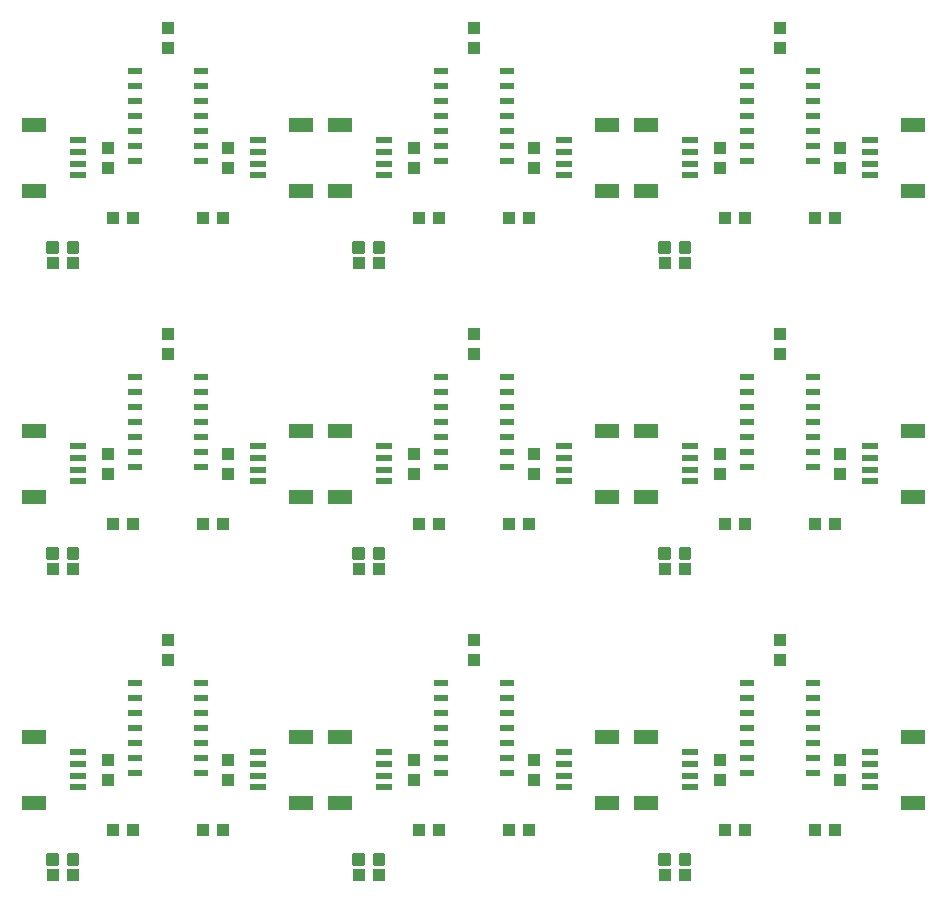
<source format=gtp>
G75*
%MOIN*%
%OFA0B0*%
%FSLAX25Y25*%
%IPPOS*%
%LPD*%
%AMOC8*
5,1,8,0,0,1.08239X$1,22.5*
%
%ADD10R,0.07874X0.04724*%
%ADD11R,0.05315X0.02362*%
%ADD12R,0.03937X0.04331*%
%ADD13R,0.04331X0.03937*%
%ADD14R,0.04724X0.02362*%
%ADD15C,0.01181*%
D10*
X0034281Y0067726D03*
X0034281Y0089774D03*
X0034281Y0169726D03*
X0034281Y0191774D03*
X0034281Y0271726D03*
X0034281Y0293774D03*
X0123219Y0293774D03*
X0136281Y0293774D03*
X0136281Y0271726D03*
X0123219Y0271726D03*
X0123219Y0191774D03*
X0136281Y0191774D03*
X0136281Y0169726D03*
X0123219Y0169726D03*
X0123219Y0089774D03*
X0136281Y0089774D03*
X0136281Y0067726D03*
X0123219Y0067726D03*
X0225219Y0067726D03*
X0238281Y0067726D03*
X0238281Y0089774D03*
X0225219Y0089774D03*
X0225219Y0169726D03*
X0238281Y0169726D03*
X0238281Y0191774D03*
X0225219Y0191774D03*
X0225219Y0271726D03*
X0238281Y0271726D03*
X0238281Y0293774D03*
X0225219Y0293774D03*
X0327219Y0293774D03*
X0327219Y0271726D03*
X0327219Y0191774D03*
X0327219Y0169726D03*
X0327219Y0089774D03*
X0327219Y0067726D03*
D11*
X0312750Y0072844D03*
X0312750Y0076781D03*
X0312750Y0080719D03*
X0312750Y0084656D03*
X0252750Y0084656D03*
X0252750Y0080719D03*
X0252750Y0076781D03*
X0252750Y0072844D03*
X0210750Y0072844D03*
X0210750Y0076781D03*
X0210750Y0080719D03*
X0210750Y0084656D03*
X0150750Y0084656D03*
X0150750Y0080719D03*
X0150750Y0076781D03*
X0150750Y0072844D03*
X0108750Y0072844D03*
X0108750Y0076781D03*
X0108750Y0080719D03*
X0108750Y0084656D03*
X0048750Y0084656D03*
X0048750Y0080719D03*
X0048750Y0076781D03*
X0048750Y0072844D03*
X0048750Y0174844D03*
X0048750Y0178781D03*
X0048750Y0182719D03*
X0048750Y0186656D03*
X0108750Y0186656D03*
X0108750Y0182719D03*
X0108750Y0178781D03*
X0108750Y0174844D03*
X0150750Y0174844D03*
X0150750Y0178781D03*
X0150750Y0182719D03*
X0150750Y0186656D03*
X0210750Y0186656D03*
X0210750Y0182719D03*
X0210750Y0178781D03*
X0210750Y0174844D03*
X0252750Y0174844D03*
X0252750Y0178781D03*
X0252750Y0182719D03*
X0252750Y0186656D03*
X0312750Y0186656D03*
X0312750Y0182719D03*
X0312750Y0178781D03*
X0312750Y0174844D03*
X0312750Y0276844D03*
X0312750Y0280781D03*
X0312750Y0284719D03*
X0312750Y0288656D03*
X0252750Y0288656D03*
X0252750Y0284719D03*
X0252750Y0280781D03*
X0252750Y0276844D03*
X0210750Y0276844D03*
X0210750Y0280781D03*
X0210750Y0284719D03*
X0210750Y0288656D03*
X0150750Y0288656D03*
X0150750Y0284719D03*
X0150750Y0280781D03*
X0150750Y0276844D03*
X0108750Y0276844D03*
X0108750Y0280781D03*
X0108750Y0284719D03*
X0108750Y0288656D03*
X0048750Y0288656D03*
X0048750Y0284719D03*
X0048750Y0280781D03*
X0048750Y0276844D03*
D12*
X0058750Y0279404D03*
X0058750Y0286096D03*
X0078750Y0319404D03*
X0078750Y0326096D03*
X0098750Y0286096D03*
X0098750Y0279404D03*
X0078750Y0224096D03*
X0078750Y0217404D03*
X0058750Y0184096D03*
X0058750Y0177404D03*
X0098750Y0177404D03*
X0098750Y0184096D03*
X0160750Y0184096D03*
X0160750Y0177404D03*
X0200750Y0177404D03*
X0200750Y0184096D03*
X0180750Y0217404D03*
X0180750Y0224096D03*
X0160750Y0279404D03*
X0160750Y0286096D03*
X0180750Y0319404D03*
X0180750Y0326096D03*
X0200750Y0286096D03*
X0200750Y0279404D03*
X0262750Y0279404D03*
X0262750Y0286096D03*
X0282750Y0319404D03*
X0282750Y0326096D03*
X0302750Y0286096D03*
X0302750Y0279404D03*
X0282750Y0224096D03*
X0282750Y0217404D03*
X0262750Y0184096D03*
X0262750Y0177404D03*
X0302750Y0177404D03*
X0302750Y0184096D03*
X0282750Y0122096D03*
X0282750Y0115404D03*
X0262750Y0082096D03*
X0262750Y0075404D03*
X0302750Y0075404D03*
X0302750Y0082096D03*
X0200750Y0082096D03*
X0200750Y0075404D03*
X0160750Y0075404D03*
X0160750Y0082096D03*
X0180750Y0115404D03*
X0180750Y0122096D03*
X0098750Y0082096D03*
X0098750Y0075404D03*
X0058750Y0075404D03*
X0058750Y0082096D03*
X0078750Y0115404D03*
X0078750Y0122096D03*
D13*
X0040404Y0043750D03*
X0047096Y0043750D03*
X0060404Y0058750D03*
X0067096Y0058750D03*
X0090404Y0058750D03*
X0097096Y0058750D03*
X0142404Y0043750D03*
X0149096Y0043750D03*
X0162404Y0058750D03*
X0169096Y0058750D03*
X0192404Y0058750D03*
X0199096Y0058750D03*
X0244404Y0043750D03*
X0251096Y0043750D03*
X0264404Y0058750D03*
X0271096Y0058750D03*
X0294404Y0058750D03*
X0301096Y0058750D03*
X0251096Y0145750D03*
X0244404Y0145750D03*
X0264404Y0160750D03*
X0271096Y0160750D03*
X0294404Y0160750D03*
X0301096Y0160750D03*
X0251096Y0247750D03*
X0244404Y0247750D03*
X0264404Y0262750D03*
X0271096Y0262750D03*
X0294404Y0262750D03*
X0301096Y0262750D03*
X0199096Y0262750D03*
X0192404Y0262750D03*
X0169096Y0262750D03*
X0162404Y0262750D03*
X0149096Y0247750D03*
X0142404Y0247750D03*
X0097096Y0262750D03*
X0090404Y0262750D03*
X0067096Y0262750D03*
X0060404Y0262750D03*
X0047096Y0247750D03*
X0040404Y0247750D03*
X0060404Y0160750D03*
X0067096Y0160750D03*
X0090404Y0160750D03*
X0097096Y0160750D03*
X0142404Y0145750D03*
X0149096Y0145750D03*
X0162404Y0160750D03*
X0169096Y0160750D03*
X0192404Y0160750D03*
X0199096Y0160750D03*
X0047096Y0145750D03*
X0040404Y0145750D03*
D14*
X0067726Y0179750D03*
X0067726Y0184750D03*
X0067726Y0189750D03*
X0067726Y0194750D03*
X0067726Y0199750D03*
X0067726Y0204750D03*
X0067726Y0209750D03*
X0089774Y0209750D03*
X0089774Y0204750D03*
X0089774Y0199750D03*
X0089774Y0194750D03*
X0089774Y0189750D03*
X0089774Y0184750D03*
X0089774Y0179750D03*
X0089774Y0107750D03*
X0089774Y0102750D03*
X0089774Y0097750D03*
X0089774Y0092750D03*
X0089774Y0087750D03*
X0089774Y0082750D03*
X0089774Y0077750D03*
X0067726Y0077750D03*
X0067726Y0082750D03*
X0067726Y0087750D03*
X0067726Y0092750D03*
X0067726Y0097750D03*
X0067726Y0102750D03*
X0067726Y0107750D03*
X0169726Y0107750D03*
X0169726Y0102750D03*
X0169726Y0097750D03*
X0169726Y0092750D03*
X0169726Y0087750D03*
X0169726Y0082750D03*
X0169726Y0077750D03*
X0191774Y0077750D03*
X0191774Y0082750D03*
X0191774Y0087750D03*
X0191774Y0092750D03*
X0191774Y0097750D03*
X0191774Y0102750D03*
X0191774Y0107750D03*
X0191774Y0179750D03*
X0191774Y0184750D03*
X0191774Y0189750D03*
X0191774Y0194750D03*
X0191774Y0199750D03*
X0191774Y0204750D03*
X0191774Y0209750D03*
X0169726Y0209750D03*
X0169726Y0204750D03*
X0169726Y0199750D03*
X0169726Y0194750D03*
X0169726Y0189750D03*
X0169726Y0184750D03*
X0169726Y0179750D03*
X0271726Y0179750D03*
X0271726Y0184750D03*
X0271726Y0189750D03*
X0271726Y0194750D03*
X0271726Y0199750D03*
X0271726Y0204750D03*
X0271726Y0209750D03*
X0293774Y0209750D03*
X0293774Y0204750D03*
X0293774Y0199750D03*
X0293774Y0194750D03*
X0293774Y0189750D03*
X0293774Y0184750D03*
X0293774Y0179750D03*
X0293774Y0107750D03*
X0293774Y0102750D03*
X0293774Y0097750D03*
X0293774Y0092750D03*
X0293774Y0087750D03*
X0293774Y0082750D03*
X0293774Y0077750D03*
X0271726Y0077750D03*
X0271726Y0082750D03*
X0271726Y0087750D03*
X0271726Y0092750D03*
X0271726Y0097750D03*
X0271726Y0102750D03*
X0271726Y0107750D03*
X0271726Y0281750D03*
X0271726Y0286750D03*
X0271726Y0291750D03*
X0271726Y0296750D03*
X0271726Y0301750D03*
X0271726Y0306750D03*
X0271726Y0311750D03*
X0293774Y0311750D03*
X0293774Y0306750D03*
X0293774Y0301750D03*
X0293774Y0296750D03*
X0293774Y0291750D03*
X0293774Y0286750D03*
X0293774Y0281750D03*
X0191774Y0281750D03*
X0191774Y0286750D03*
X0191774Y0291750D03*
X0191774Y0296750D03*
X0191774Y0301750D03*
X0191774Y0306750D03*
X0191774Y0311750D03*
X0169726Y0311750D03*
X0169726Y0306750D03*
X0169726Y0301750D03*
X0169726Y0296750D03*
X0169726Y0291750D03*
X0169726Y0286750D03*
X0169726Y0281750D03*
X0089774Y0281750D03*
X0089774Y0286750D03*
X0089774Y0291750D03*
X0089774Y0296750D03*
X0089774Y0301750D03*
X0089774Y0306750D03*
X0089774Y0311750D03*
X0067726Y0311750D03*
X0067726Y0306750D03*
X0067726Y0301750D03*
X0067726Y0296750D03*
X0067726Y0291750D03*
X0067726Y0286750D03*
X0067726Y0281750D03*
D15*
X0048581Y0254128D02*
X0048581Y0251372D01*
X0045825Y0251372D01*
X0045825Y0254128D01*
X0048581Y0254128D01*
X0048581Y0252494D02*
X0045825Y0252494D01*
X0045825Y0253616D02*
X0048581Y0253616D01*
X0041675Y0254128D02*
X0041675Y0251372D01*
X0038919Y0251372D01*
X0038919Y0254128D01*
X0041675Y0254128D01*
X0041675Y0252494D02*
X0038919Y0252494D01*
X0038919Y0253616D02*
X0041675Y0253616D01*
X0143675Y0254128D02*
X0143675Y0251372D01*
X0140919Y0251372D01*
X0140919Y0254128D01*
X0143675Y0254128D01*
X0143675Y0252494D02*
X0140919Y0252494D01*
X0140919Y0253616D02*
X0143675Y0253616D01*
X0150581Y0254128D02*
X0150581Y0251372D01*
X0147825Y0251372D01*
X0147825Y0254128D01*
X0150581Y0254128D01*
X0150581Y0252494D02*
X0147825Y0252494D01*
X0147825Y0253616D02*
X0150581Y0253616D01*
X0245675Y0254128D02*
X0245675Y0251372D01*
X0242919Y0251372D01*
X0242919Y0254128D01*
X0245675Y0254128D01*
X0245675Y0252494D02*
X0242919Y0252494D01*
X0242919Y0253616D02*
X0245675Y0253616D01*
X0252581Y0254128D02*
X0252581Y0251372D01*
X0249825Y0251372D01*
X0249825Y0254128D01*
X0252581Y0254128D01*
X0252581Y0252494D02*
X0249825Y0252494D01*
X0249825Y0253616D02*
X0252581Y0253616D01*
X0252581Y0152128D02*
X0252581Y0149372D01*
X0249825Y0149372D01*
X0249825Y0152128D01*
X0252581Y0152128D01*
X0252581Y0150494D02*
X0249825Y0150494D01*
X0249825Y0151616D02*
X0252581Y0151616D01*
X0245675Y0152128D02*
X0245675Y0149372D01*
X0242919Y0149372D01*
X0242919Y0152128D01*
X0245675Y0152128D01*
X0245675Y0150494D02*
X0242919Y0150494D01*
X0242919Y0151616D02*
X0245675Y0151616D01*
X0150581Y0152128D02*
X0150581Y0149372D01*
X0147825Y0149372D01*
X0147825Y0152128D01*
X0150581Y0152128D01*
X0150581Y0150494D02*
X0147825Y0150494D01*
X0147825Y0151616D02*
X0150581Y0151616D01*
X0143675Y0152128D02*
X0143675Y0149372D01*
X0140919Y0149372D01*
X0140919Y0152128D01*
X0143675Y0152128D01*
X0143675Y0150494D02*
X0140919Y0150494D01*
X0140919Y0151616D02*
X0143675Y0151616D01*
X0048581Y0152128D02*
X0048581Y0149372D01*
X0045825Y0149372D01*
X0045825Y0152128D01*
X0048581Y0152128D01*
X0048581Y0150494D02*
X0045825Y0150494D01*
X0045825Y0151616D02*
X0048581Y0151616D01*
X0041675Y0152128D02*
X0041675Y0149372D01*
X0038919Y0149372D01*
X0038919Y0152128D01*
X0041675Y0152128D01*
X0041675Y0150494D02*
X0038919Y0150494D01*
X0038919Y0151616D02*
X0041675Y0151616D01*
X0041675Y0050128D02*
X0041675Y0047372D01*
X0038919Y0047372D01*
X0038919Y0050128D01*
X0041675Y0050128D01*
X0041675Y0048494D02*
X0038919Y0048494D01*
X0038919Y0049616D02*
X0041675Y0049616D01*
X0048581Y0050128D02*
X0048581Y0047372D01*
X0045825Y0047372D01*
X0045825Y0050128D01*
X0048581Y0050128D01*
X0048581Y0048494D02*
X0045825Y0048494D01*
X0045825Y0049616D02*
X0048581Y0049616D01*
X0143675Y0050128D02*
X0143675Y0047372D01*
X0140919Y0047372D01*
X0140919Y0050128D01*
X0143675Y0050128D01*
X0143675Y0048494D02*
X0140919Y0048494D01*
X0140919Y0049616D02*
X0143675Y0049616D01*
X0150581Y0050128D02*
X0150581Y0047372D01*
X0147825Y0047372D01*
X0147825Y0050128D01*
X0150581Y0050128D01*
X0150581Y0048494D02*
X0147825Y0048494D01*
X0147825Y0049616D02*
X0150581Y0049616D01*
X0245675Y0050128D02*
X0245675Y0047372D01*
X0242919Y0047372D01*
X0242919Y0050128D01*
X0245675Y0050128D01*
X0245675Y0048494D02*
X0242919Y0048494D01*
X0242919Y0049616D02*
X0245675Y0049616D01*
X0252581Y0050128D02*
X0252581Y0047372D01*
X0249825Y0047372D01*
X0249825Y0050128D01*
X0252581Y0050128D01*
X0252581Y0048494D02*
X0249825Y0048494D01*
X0249825Y0049616D02*
X0252581Y0049616D01*
M02*

</source>
